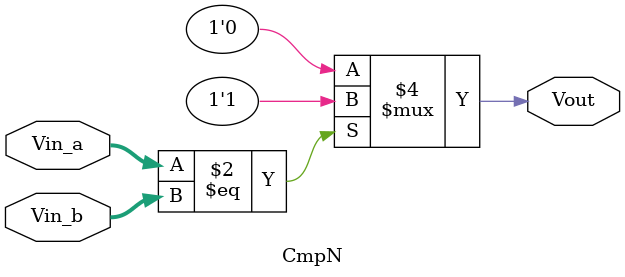
<source format=v>
`timescale 1ns / 1ps


module CmpN #(parameter N = 32) (
        Vin_a,
        Vin_b,
        Vout
    );
    
    input [N-1:0] Vin_a, Vin_b;
    output Vout;
    
    reg Vout;
    
    always @(Vin_a, Vin_b) begin
        if (Vin_a == Vin_b) 
            Vout <= 1'b1;
        else
            Vout <= 1'b0;
    end
endmodule

</source>
